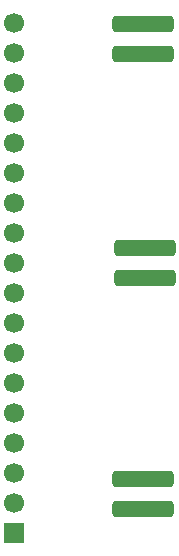
<source format=gbr>
G04 #@! TF.GenerationSoftware,KiCad,Pcbnew,9.0.7*
G04 #@! TF.CreationDate,2026-02-26T09:09:59-06:00*
G04 #@! TF.ProjectId,Flex PCB,466c6578-2050-4434-922e-6b696361645f,rev?*
G04 #@! TF.SameCoordinates,Original*
G04 #@! TF.FileFunction,Soldermask,Top*
G04 #@! TF.FilePolarity,Negative*
%FSLAX46Y46*%
G04 Gerber Fmt 4.6, Leading zero omitted, Abs format (unit mm)*
G04 Created by KiCad (PCBNEW 9.0.7) date 2026-02-26 09:09:59*
%MOMM*%
%LPD*%
G01*
G04 APERTURE LIST*
G04 Aperture macros list*
%AMRoundRect*
0 Rectangle with rounded corners*
0 $1 Rounding radius*
0 $2 $3 $4 $5 $6 $7 $8 $9 X,Y pos of 4 corners*
0 Add a 4 corners polygon primitive as box body*
4,1,4,$2,$3,$4,$5,$6,$7,$8,$9,$2,$3,0*
0 Add four circle primitives for the rounded corners*
1,1,$1+$1,$2,$3*
1,1,$1+$1,$4,$5*
1,1,$1+$1,$6,$7*
1,1,$1+$1,$8,$9*
0 Add four rect primitives between the rounded corners*
20,1,$1+$1,$2,$3,$4,$5,0*
20,1,$1+$1,$4,$5,$6,$7,0*
20,1,$1+$1,$6,$7,$8,$9,0*
20,1,$1+$1,$8,$9,$2,$3,0*%
G04 Aperture macros list end*
%ADD10RoundRect,0.250000X2.350000X-0.412500X2.350000X0.412500X-2.350000X0.412500X-2.350000X-0.412500X0*%
%ADD11R,1.700000X1.700000*%
%ADD12C,1.700000*%
G04 APERTURE END LIST*
D10*
G04 #@! TO.C,R3*
X153797000Y-105029000D03*
X153797000Y-102489000D03*
G04 #@! TD*
G04 #@! TO.C,R2*
X153924000Y-85471000D03*
X153924000Y-82931000D03*
G04 #@! TD*
G04 #@! TO.C,R1*
X153797000Y-66490500D03*
X153797000Y-63950500D03*
G04 #@! TD*
D11*
G04 #@! TO.C,J2*
X142900000Y-107046000D03*
D12*
X142900000Y-104506000D03*
X142900000Y-101966000D03*
X142900000Y-99426000D03*
X142900000Y-96886000D03*
X142900000Y-94346000D03*
X142900000Y-91806000D03*
X142900000Y-89266000D03*
X142900000Y-86726000D03*
X142900000Y-84186000D03*
X142900000Y-81646000D03*
X142900000Y-79106000D03*
X142900000Y-76566000D03*
X142900000Y-74026000D03*
X142900000Y-71486000D03*
X142900000Y-68946000D03*
X142900000Y-66406000D03*
X142900000Y-63866000D03*
G04 #@! TD*
M02*

</source>
